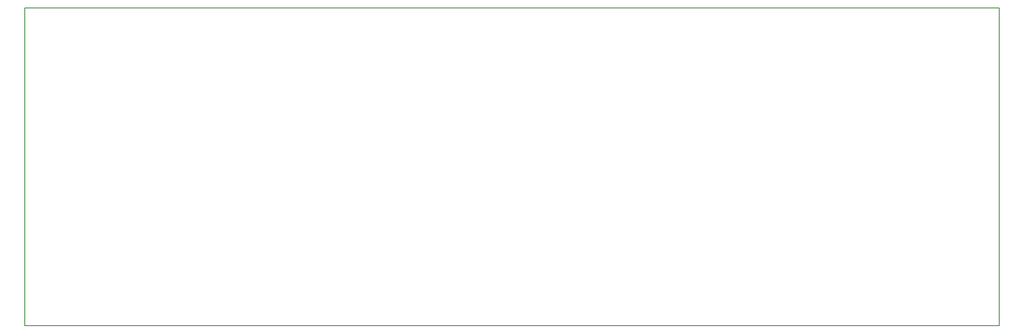
<source format=gbr>
G04 EasyPC Gerber Version 20.0.2 Build 4112 *
G04 #@! TF.Part,Single*
%FSLAX35Y35*%
%MOIN*%
%ADD11C,0.00500*%
X0Y0D02*
D02*
D11*
X250Y250D02*
X735250D01*
Y240250*
X250*
Y250*
X0Y0D02*
M02*

</source>
